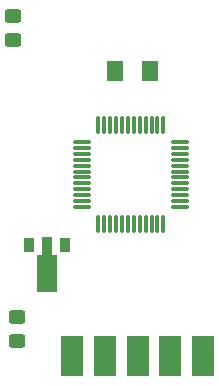
<source format=gbr>
%TF.GenerationSoftware,KiCad,Pcbnew,7.0.9*%
%TF.CreationDate,2024-08-25T21:19:37+01:00*%
%TF.ProjectId,RISKYKVM,5249534b-594b-4564-9d2e-6b696361645f,rev?*%
%TF.SameCoordinates,Original*%
%TF.FileFunction,Paste,Top*%
%TF.FilePolarity,Positive*%
%FSLAX46Y46*%
G04 Gerber Fmt 4.6, Leading zero omitted, Abs format (unit mm)*
G04 Created by KiCad (PCBNEW 7.0.9) date 2024-08-25 21:19:37*
%MOMM*%
%LPD*%
G01*
G04 APERTURE LIST*
G04 Aperture macros list*
%AMRoundRect*
0 Rectangle with rounded corners*
0 $1 Rounding radius*
0 $2 $3 $4 $5 $6 $7 $8 $9 X,Y pos of 4 corners*
0 Add a 4 corners polygon primitive as box body*
4,1,4,$2,$3,$4,$5,$6,$7,$8,$9,$2,$3,0*
0 Add four circle primitives for the rounded corners*
1,1,$1+$1,$2,$3*
1,1,$1+$1,$4,$5*
1,1,$1+$1,$6,$7*
1,1,$1+$1,$8,$9*
0 Add four rect primitives between the rounded corners*
20,1,$1+$1,$2,$3,$4,$5,0*
20,1,$1+$1,$4,$5,$6,$7,0*
20,1,$1+$1,$6,$7,$8,$9,0*
20,1,$1+$1,$8,$9,$2,$3,0*%
%AMFreePoly0*
4,1,9,3.862500,-0.866500,0.737500,-0.866500,0.737500,-0.450000,-0.737500,-0.450000,-0.737500,0.450000,0.737500,0.450000,0.737500,0.866500,3.862500,0.866500,3.862500,-0.866500,3.862500,-0.866500,$1*%
G04 Aperture macros list end*
%ADD10RoundRect,0.075000X-0.662500X-0.075000X0.662500X-0.075000X0.662500X0.075000X-0.662500X0.075000X0*%
%ADD11RoundRect,0.075000X-0.075000X-0.662500X0.075000X-0.662500X0.075000X0.662500X-0.075000X0.662500X0*%
%ADD12RoundRect,0.250000X0.450000X-0.325000X0.450000X0.325000X-0.450000X0.325000X-0.450000X-0.325000X0*%
%ADD13RoundRect,0.250001X0.462499X0.624999X-0.462499X0.624999X-0.462499X-0.624999X0.462499X-0.624999X0*%
%ADD14R,1.846667X3.480000*%
%ADD15R,0.900000X1.300000*%
%ADD16FreePoly0,270.000000*%
G04 APERTURE END LIST*
D10*
%TO.C,U1*%
X125577500Y-89902500D03*
X125577500Y-90402500D03*
X125577500Y-90902500D03*
X125577500Y-91402500D03*
X125577500Y-91902500D03*
X125577500Y-92402500D03*
X125577500Y-92902500D03*
X125577500Y-93402500D03*
X125577500Y-93902500D03*
X125577500Y-94402500D03*
X125577500Y-94902500D03*
X125577500Y-95402500D03*
D11*
X126990000Y-96815000D03*
X127490000Y-96815000D03*
X127990000Y-96815000D03*
X128490000Y-96815000D03*
X128990000Y-96815000D03*
X129490000Y-96815000D03*
X129990000Y-96815000D03*
X130490000Y-96815000D03*
X130990000Y-96815000D03*
X131490000Y-96815000D03*
X131990000Y-96815000D03*
X132490000Y-96815000D03*
D10*
X133902500Y-95402500D03*
X133902500Y-94902500D03*
X133902500Y-94402500D03*
X133902500Y-93902500D03*
X133902500Y-93402500D03*
X133902500Y-92902500D03*
X133902500Y-92402500D03*
X133902500Y-91902500D03*
X133902500Y-91402500D03*
X133902500Y-90902500D03*
X133902500Y-90402500D03*
X133902500Y-89902500D03*
D11*
X132490000Y-88490000D03*
X131990000Y-88490000D03*
X131490000Y-88490000D03*
X130990000Y-88490000D03*
X130490000Y-88490000D03*
X129990000Y-88490000D03*
X129490000Y-88490000D03*
X128990000Y-88490000D03*
X128490000Y-88490000D03*
X127990000Y-88490000D03*
X127490000Y-88490000D03*
X126990000Y-88490000D03*
%TD*%
D12*
%TO.C,D2*%
X119800000Y-81272500D03*
X119800000Y-79222500D03*
%TD*%
D13*
%TO.C,F1*%
X131350000Y-83900000D03*
X128375000Y-83900000D03*
%TD*%
D14*
%TO.C,J1*%
X124760000Y-108037500D03*
X127530000Y-108037500D03*
X130300000Y-108037500D03*
X133070000Y-108037500D03*
X135840000Y-108037500D03*
%TD*%
D12*
%TO.C,D1*%
X120060000Y-104680000D03*
X120060000Y-106730000D03*
%TD*%
D15*
%TO.C,U2*%
X124130000Y-98652500D03*
D16*
X122630000Y-98740000D03*
D15*
X121130000Y-98652500D03*
%TD*%
M02*

</source>
